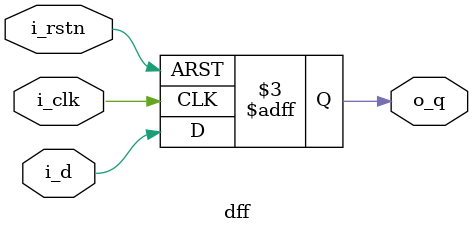
<source format=v>
 module	dff
 #(
	 parameter	BW_DATA	= 1
 )
 (
	 output	reg	[BW_DATA-1:0]	o_q,
	 input		[BW_DATA-1:0]	i_d,
	 input						i_clk,
	 input						i_rstn
 );

 	always @(posedge i_clk or negedge i_rstn) begin
		if(!i_rstn) begin
			o_q	<= 1'b0;
		end else begin
			o_q	<=	i_d;
		end
 	end

endmodule


</source>
